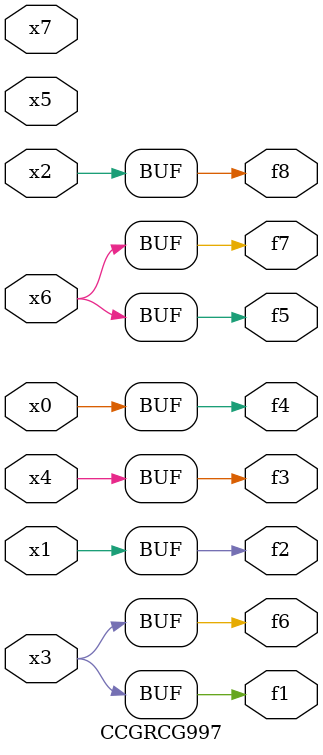
<source format=v>
module CCGRCG997(
	input x0, x1, x2, x3, x4, x5, x6, x7,
	output f1, f2, f3, f4, f5, f6, f7, f8
);
	assign f1 = x3;
	assign f2 = x1;
	assign f3 = x4;
	assign f4 = x0;
	assign f5 = x6;
	assign f6 = x3;
	assign f7 = x6;
	assign f8 = x2;
endmodule

</source>
